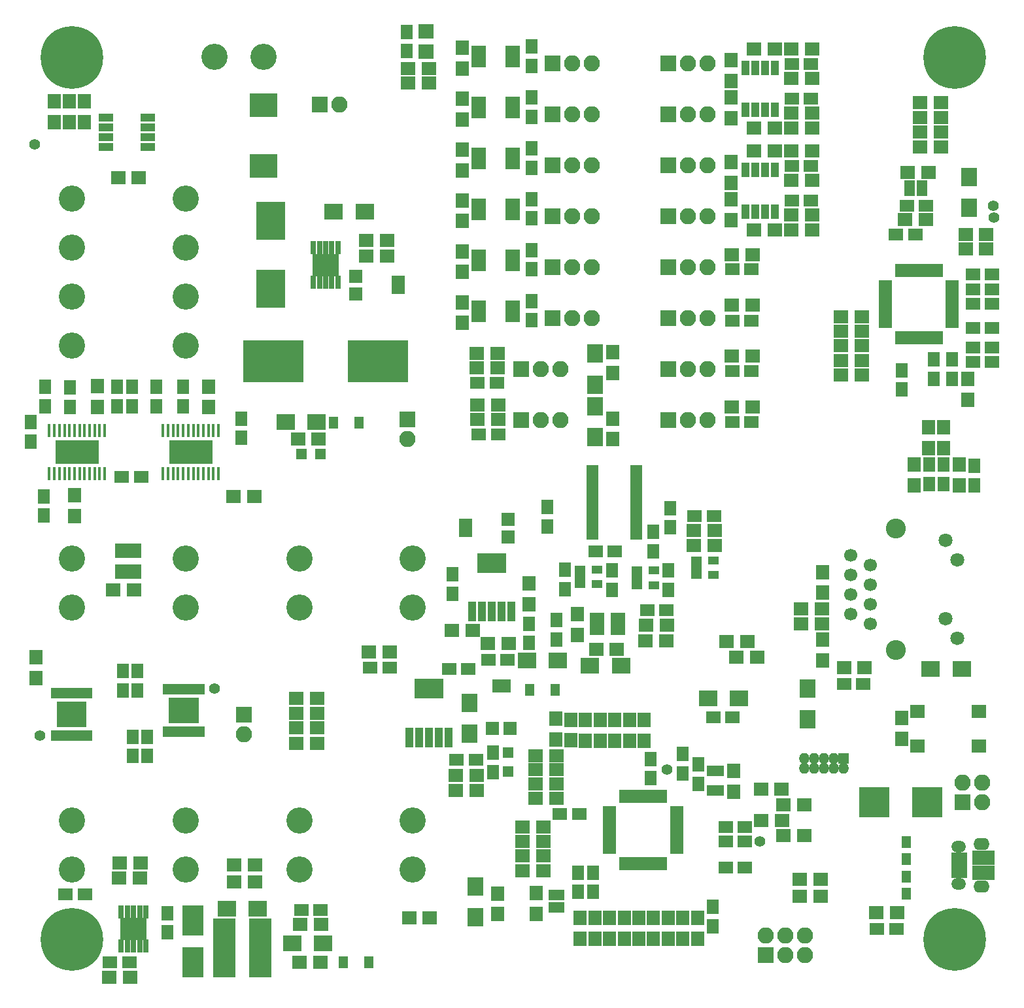
<source format=gbr>
G04 #@! TF.FileFunction,Soldermask,Top*
%FSLAX46Y46*%
G04 Gerber Fmt 4.6, Leading zero omitted, Abs format (unit mm)*
G04 Created by KiCad (PCBNEW 4.0.4-stable) date Friday, December 29, 2017 'AMt' 10:56:01 AM*
%MOMM*%
%LPD*%
G01*
G04 APERTURE LIST*
%ADD10C,0.100000*%
%ADD11R,1.650000X1.900000*%
%ADD12R,1.900000X1.650000*%
%ADD13R,1.900000X1.700000*%
%ADD14R,1.000000X1.950000*%
%ADD15R,2.100000X2.100000*%
%ADD16O,2.100000X2.100000*%
%ADD17R,1.700000X1.900000*%
%ADD18R,1.850000X0.850000*%
%ADD19R,2.400000X2.000000*%
%ADD20R,3.700000X4.900000*%
%ADD21R,2.400000X2.100000*%
%ADD22R,1.300000X1.600000*%
%ADD23R,1.400000X1.400000*%
%ADD24R,2.100000X2.400000*%
%ADD25R,3.900000X3.900000*%
%ADD26R,2.050000X0.800000*%
%ADD27O,1.900000X1.500000*%
%ADD28O,2.100000X1.600000*%
%ADD29R,2.900000X1.830000*%
%ADD30R,7.900000X5.400000*%
%ADD31R,3.600000X3.100000*%
%ADD32R,0.650000X1.700000*%
%ADD33R,1.700000X0.650000*%
%ADD34R,0.900000X0.900000*%
%ADD35R,3.400000X3.000000*%
%ADD36R,0.750000X1.750000*%
%ADD37R,1.000000X2.600000*%
%ADD38R,3.850000X2.550000*%
%ADD39R,1.460000X1.050000*%
%ADD40R,1.960000X1.050000*%
%ADD41R,0.850000X1.450000*%
%ADD42R,1.295000X1.870000*%
%ADD43R,0.800000X1.900000*%
%ADD44O,1.400000X1.400000*%
%ADD45R,1.700000X1.700000*%
%ADD46R,1.700000X2.400000*%
%ADD47R,1.400000X1.100000*%
%ADD48R,2.200000X1.400000*%
%ADD49R,1.100000X1.400000*%
%ADD50C,8.100000*%
%ADD51C,1.100000*%
%ADD52C,3.400000*%
%ADD53R,0.440000X1.740000*%
%ADD54R,5.660000X3.150000*%
%ADD55R,1.500000X0.700000*%
%ADD56C,1.700000*%
%ADD57C,2.584400*%
%ADD58C,1.808000*%
%ADD59R,3.000000X7.700000*%
%ADD60R,2.700000X3.900000*%
%ADD61C,1.400000*%
%ADD62R,2.400000X1.700000*%
%ADD63R,1.950000X1.700000*%
%ADD64R,1.950000X1.000000*%
G04 APERTURE END LIST*
D10*
D11*
X83800000Y-67250000D03*
X83800000Y-64750000D03*
D12*
X102050000Y-20400000D03*
X99550000Y-20400000D03*
X102050000Y-24900000D03*
X99550000Y-24900000D03*
D13*
X99450000Y-18500000D03*
X102150000Y-18500000D03*
D14*
X97405000Y-20950000D03*
X96135000Y-20950000D03*
X94865000Y-20950000D03*
X93595000Y-20950000D03*
X93595000Y-26350000D03*
X94865000Y-26350000D03*
X96135000Y-26350000D03*
X97405000Y-26350000D03*
D13*
X97350000Y-28700000D03*
X94650000Y-28700000D03*
X102150000Y-26800000D03*
X99450000Y-26800000D03*
X97350000Y-18500000D03*
X94650000Y-18500000D03*
X102150000Y-22300000D03*
X99450000Y-22300000D03*
X99450000Y-28700000D03*
X102150000Y-28700000D03*
D15*
X83560000Y-26950000D03*
D16*
X86100000Y-26950000D03*
X88640000Y-26950000D03*
D15*
X83560000Y-20350000D03*
D16*
X86100000Y-20350000D03*
X88640000Y-20350000D03*
D17*
X91700000Y-24750000D03*
X91700000Y-27450000D03*
X91700000Y-22650000D03*
X91700000Y-19950000D03*
D11*
X65830000Y-40440000D03*
X65830000Y-37940000D03*
X65830000Y-33840000D03*
X65830000Y-31340000D03*
X65830000Y-27240000D03*
X65830000Y-24740000D03*
X65830000Y-20640000D03*
X65830000Y-18140000D03*
D17*
X56910000Y-38080000D03*
X56910000Y-40780000D03*
X56910000Y-31480000D03*
X56910000Y-34180000D03*
X56910000Y-24880000D03*
X56910000Y-27580000D03*
X56910000Y-18280000D03*
X56910000Y-20980000D03*
D18*
X63390000Y-40225000D03*
X63390000Y-39575000D03*
X63390000Y-38925000D03*
X63390000Y-38275000D03*
X58990000Y-38275000D03*
X58990000Y-38925000D03*
X58990000Y-39575000D03*
X58990000Y-40225000D03*
X63390000Y-33625000D03*
X63390000Y-32975000D03*
X63390000Y-32325000D03*
X63390000Y-31675000D03*
X58990000Y-31675000D03*
X58990000Y-32325000D03*
X58990000Y-32975000D03*
X58990000Y-33625000D03*
X63390000Y-27025000D03*
X63390000Y-26375000D03*
X63390000Y-25725000D03*
X63390000Y-25075000D03*
X58990000Y-25075000D03*
X58990000Y-25725000D03*
X58990000Y-26375000D03*
X58990000Y-27025000D03*
X63390000Y-20425000D03*
X63390000Y-19775000D03*
X63390000Y-19125000D03*
X63390000Y-18475000D03*
X58990000Y-18475000D03*
X58990000Y-19125000D03*
X58990000Y-19775000D03*
X58990000Y-20425000D03*
D15*
X68590000Y-40150000D03*
D16*
X71130000Y-40150000D03*
X73670000Y-40150000D03*
D15*
X68590000Y-33550000D03*
D16*
X71130000Y-33550000D03*
X73670000Y-33550000D03*
D15*
X68590000Y-26950000D03*
D16*
X71130000Y-26950000D03*
X73670000Y-26950000D03*
D15*
X68590000Y-20350000D03*
D16*
X71130000Y-20350000D03*
X73670000Y-20350000D03*
D18*
X63390000Y-13825000D03*
X63390000Y-13175000D03*
X63390000Y-12525000D03*
X63390000Y-11875000D03*
X58990000Y-11875000D03*
X58990000Y-12525000D03*
X58990000Y-13175000D03*
X58990000Y-13825000D03*
D17*
X56910000Y-11680000D03*
X56910000Y-14380000D03*
D15*
X68590000Y-13750000D03*
D16*
X71130000Y-13750000D03*
X73670000Y-13750000D03*
D11*
X65830000Y-14040000D03*
X65830000Y-11540000D03*
D12*
X123000000Y-38300000D03*
X125500000Y-38300000D03*
X113050000Y-29350000D03*
X115550000Y-29350000D03*
X114450000Y-25550000D03*
X116950000Y-25550000D03*
X108800000Y-87550000D03*
X106300000Y-87550000D03*
D11*
X117350000Y-59150000D03*
X117350000Y-61650000D03*
X119250000Y-59150000D03*
X119250000Y-61650000D03*
X123200000Y-61800000D03*
X123200000Y-59300000D03*
D12*
X123000000Y-34500000D03*
X125500000Y-34500000D03*
D11*
X120350000Y-45500000D03*
X120350000Y-48000000D03*
D12*
X123000000Y-36400000D03*
X125500000Y-36400000D03*
X123000000Y-41400000D03*
X125500000Y-41400000D03*
X123000000Y-43950000D03*
X125500000Y-43950000D03*
D11*
X117900000Y-45500000D03*
X117900000Y-48000000D03*
X113800000Y-46900000D03*
X113800000Y-49400000D03*
D12*
X123000000Y-45800000D03*
X125500000Y-45800000D03*
D19*
X40250000Y-26350000D03*
X44250000Y-26350000D03*
D12*
X8000000Y-114850000D03*
X5500000Y-114850000D03*
X13800000Y-123650000D03*
X11300000Y-123650000D03*
D11*
X18729960Y-119771480D03*
X18729960Y-117271480D03*
D19*
X30400000Y-116650000D03*
X26400000Y-116650000D03*
D11*
X55631080Y-75875200D03*
X55631080Y-73375200D03*
X65506600Y-82255680D03*
X65506600Y-79755680D03*
D12*
X60243400Y-84399120D03*
X62743400Y-84399120D03*
D11*
X69088000Y-81768000D03*
X69088000Y-79268000D03*
D12*
X47462760Y-85468460D03*
X44962760Y-85468460D03*
X56133680Y-97353120D03*
X58633680Y-97353120D03*
X57688800Y-85580220D03*
X55188800Y-85580220D03*
D11*
X60838080Y-96489200D03*
X60838080Y-98989200D03*
D12*
X74150000Y-70400000D03*
X76650000Y-70400000D03*
D11*
X81600000Y-67850000D03*
X81600000Y-70350000D03*
X67871680Y-64623000D03*
X67871680Y-67123000D03*
D12*
X86950000Y-65800000D03*
X89450000Y-65800000D03*
D11*
X70215760Y-72747820D03*
X70215760Y-75247820D03*
D12*
X80817840Y-77973000D03*
X83317840Y-77973000D03*
D11*
X76300000Y-72850000D03*
X76300000Y-75350000D03*
X83600000Y-75350000D03*
X83600000Y-72850000D03*
D12*
X102050000Y-7200000D03*
X99550000Y-7200000D03*
X102050000Y-11700000D03*
X99550000Y-11700000D03*
X58850000Y-48500000D03*
X61350000Y-48500000D03*
X59050000Y-55200000D03*
X61550000Y-55200000D03*
D11*
X49700000Y-3050000D03*
X49700000Y-5550000D03*
D12*
X94350000Y-33800000D03*
X91850000Y-33800000D03*
X94350000Y-40500000D03*
X91850000Y-40500000D03*
X94350000Y-47000000D03*
X91850000Y-47000000D03*
X94350000Y-53600000D03*
X91850000Y-53600000D03*
D11*
X65830000Y-7440000D03*
X65830000Y-4940000D03*
X14800000Y-88400000D03*
X14800000Y-85900000D03*
X12950000Y-88400000D03*
X12950000Y-85900000D03*
X14200000Y-94400000D03*
X14200000Y-96900000D03*
X16100000Y-94400000D03*
X16100000Y-96900000D03*
X17230000Y-49050000D03*
X17230000Y-51550000D03*
X14127480Y-49054700D03*
X14127480Y-51554700D03*
X2890000Y-49050000D03*
X2890000Y-51550000D03*
X1016000Y-56114000D03*
X1016000Y-53614000D03*
X20750000Y-51550000D03*
X20750000Y-49050000D03*
D12*
X12800000Y-60700000D03*
X15300000Y-60700000D03*
D11*
X28239720Y-55672040D03*
X28239720Y-53172040D03*
X6106160Y-51648680D03*
X6106160Y-49148680D03*
X2670000Y-65750000D03*
X2670000Y-63250000D03*
X12192000Y-49042000D03*
X12192000Y-51542000D03*
D12*
X93500000Y-107950000D03*
X91000000Y-107950000D03*
D20*
X32100000Y-36350000D03*
X32100000Y-27550000D03*
D21*
X38050000Y-53600000D03*
X34050000Y-53600000D03*
D22*
X43550000Y-53700000D03*
X40250000Y-53700000D03*
D23*
X36050000Y-57750000D03*
X38550000Y-57750000D03*
D21*
X34900000Y-121200000D03*
X38900000Y-121200000D03*
D22*
X41460960Y-123634760D03*
X44760960Y-123634760D03*
D21*
X77438000Y-85217000D03*
X73438000Y-85217000D03*
D22*
X68949840Y-88300560D03*
X65649840Y-88300560D03*
D24*
X58552080Y-117824000D03*
X58552080Y-113824000D03*
D23*
X62829440Y-96448560D03*
X62829440Y-98948560D03*
D24*
X74100000Y-48750000D03*
X74100000Y-44750000D03*
X74100000Y-51600000D03*
X74100000Y-55600000D03*
D25*
X110250000Y-102900000D03*
X117050000Y-102900000D03*
D15*
X38410000Y-12450000D03*
D16*
X40950000Y-12450000D03*
D15*
X96170000Y-122715000D03*
D16*
X96170000Y-120175000D03*
X98710000Y-122715000D03*
X98710000Y-120175000D03*
X101250000Y-122715000D03*
X101250000Y-120175000D03*
D26*
X121270000Y-112380000D03*
X121270000Y-111730000D03*
X121270000Y-111080000D03*
X121270000Y-110430000D03*
X121270000Y-109780000D03*
D27*
X121150000Y-113500000D03*
X121150000Y-108660000D03*
D28*
X124150000Y-113810000D03*
X124150000Y-108350000D03*
D29*
X124390000Y-112040000D03*
X124390000Y-110120000D03*
D24*
X101600000Y-92170000D03*
X101600000Y-88170000D03*
D30*
X32450000Y-45775000D03*
X45950000Y-45775000D03*
D21*
X65294760Y-84526120D03*
X69294760Y-84526120D03*
D24*
X57807860Y-90006420D03*
X57807860Y-94006420D03*
D13*
X116950000Y-27400000D03*
X114250000Y-27400000D03*
X117250000Y-21250000D03*
X114550000Y-21250000D03*
X109000000Y-85450000D03*
X106300000Y-85450000D03*
D17*
X103550000Y-84550000D03*
X103550000Y-81850000D03*
X103550000Y-73050000D03*
X103550000Y-75750000D03*
D13*
X103450000Y-79750000D03*
X100750000Y-79750000D03*
X103450000Y-77800000D03*
X100750000Y-77800000D03*
X124750000Y-29300000D03*
X122050000Y-29300000D03*
X92376000Y-84074000D03*
X95076000Y-84074000D03*
X122050000Y-31200000D03*
X124750000Y-31200000D03*
D17*
X115400000Y-59150000D03*
X115400000Y-61850000D03*
X121250000Y-59150000D03*
X121250000Y-61850000D03*
D13*
X118900000Y-17950000D03*
X116200000Y-17950000D03*
X108650000Y-41850000D03*
X105950000Y-41850000D03*
X118900000Y-16050000D03*
X116200000Y-16050000D03*
X108650000Y-39950000D03*
X105950000Y-39950000D03*
X118900000Y-14150000D03*
X116200000Y-14150000D03*
X91106000Y-82042000D03*
X93806000Y-82042000D03*
D17*
X119250000Y-57000000D03*
X119250000Y-54300000D03*
D13*
X116200000Y-12200000D03*
X118900000Y-12200000D03*
X105950000Y-47550000D03*
X108650000Y-47550000D03*
X105950000Y-45650000D03*
X108650000Y-45650000D03*
X105950000Y-43750000D03*
X108650000Y-43750000D03*
D17*
X117300000Y-57000000D03*
X117300000Y-54300000D03*
X122300000Y-48000000D03*
X122300000Y-50700000D03*
D31*
X31175000Y-20425000D03*
X31175000Y-12525000D03*
D13*
X47180000Y-30100000D03*
X44480000Y-30100000D03*
X38300000Y-55800000D03*
X35600000Y-55800000D03*
X12434580Y-112727740D03*
X15134580Y-112727740D03*
X13850000Y-125600000D03*
X11150000Y-125600000D03*
X30041840Y-113223040D03*
X27341840Y-113223040D03*
X38550000Y-123600000D03*
X35850000Y-123600000D03*
X58246000Y-80645000D03*
X55546000Y-80645000D03*
X60173880Y-82296000D03*
X62873880Y-82296000D03*
X47506880Y-83428840D03*
X44806880Y-83428840D03*
X56074320Y-99395280D03*
X58774320Y-99395280D03*
X52698640Y-117896640D03*
X49998640Y-117896640D03*
D17*
X71755000Y-81233000D03*
X71755000Y-78533000D03*
D13*
X86850000Y-69600000D03*
X89550000Y-69600000D03*
X74215000Y-83058000D03*
X76915000Y-83058000D03*
X86850000Y-67700000D03*
X89550000Y-67700000D03*
X83367840Y-79973000D03*
X80667840Y-79973000D03*
X83317840Y-81973000D03*
X80617840Y-81973000D03*
D17*
X91700000Y-9450000D03*
X91700000Y-6750000D03*
X91700000Y-11550000D03*
X91700000Y-14250000D03*
D13*
X99450000Y-5300000D03*
X102150000Y-5300000D03*
X99450000Y-15500000D03*
X102150000Y-15500000D03*
X97350000Y-5300000D03*
X94650000Y-5300000D03*
X97350000Y-15500000D03*
X94650000Y-15500000D03*
X102150000Y-9100000D03*
X99450000Y-9100000D03*
X102150000Y-13600000D03*
X99450000Y-13600000D03*
D17*
X76400000Y-47250000D03*
X76400000Y-44550000D03*
X76400000Y-53150000D03*
X76400000Y-55850000D03*
D13*
X61450000Y-44700000D03*
X58750000Y-44700000D03*
X58750000Y-46600000D03*
X61450000Y-46600000D03*
X61550000Y-51400000D03*
X58850000Y-51400000D03*
X58850000Y-53300000D03*
X61550000Y-53300000D03*
X49838120Y-7808294D03*
X52538120Y-7808294D03*
X52548120Y-9668294D03*
X49848120Y-9668294D03*
X94450000Y-31900000D03*
X91750000Y-31900000D03*
X94450000Y-38500000D03*
X91750000Y-38500000D03*
X94450000Y-45100000D03*
X91750000Y-45100000D03*
X94450000Y-51700000D03*
X91750000Y-51700000D03*
D17*
X56910000Y-5080000D03*
X56910000Y-7780000D03*
X61493400Y-114702600D03*
X61493400Y-117402600D03*
X24018240Y-49002960D03*
X24018240Y-51702960D03*
X6700000Y-65800000D03*
X6700000Y-63100000D03*
X9660000Y-48950000D03*
X9660000Y-51650000D03*
D13*
X14377660Y-75387200D03*
X11677660Y-75387200D03*
D17*
X113800000Y-94700000D03*
X113800000Y-92000000D03*
D32*
X113250000Y-42700000D03*
X113750000Y-42700000D03*
X114250000Y-42700000D03*
X114750000Y-42700000D03*
X115250000Y-42700000D03*
X115750000Y-42700000D03*
X116250000Y-42700000D03*
X116750000Y-42700000D03*
X117250000Y-42700000D03*
X117750000Y-42700000D03*
X118250000Y-42700000D03*
X118750000Y-42700000D03*
D33*
X120350000Y-41100000D03*
X120350000Y-40600000D03*
X120350000Y-40100000D03*
X120350000Y-39600000D03*
X120350000Y-39100000D03*
X120350000Y-38600000D03*
X120350000Y-38100000D03*
X120350000Y-37600000D03*
X120350000Y-37100000D03*
X120350000Y-36600000D03*
X120350000Y-36100000D03*
X120350000Y-35600000D03*
D32*
X118750000Y-34000000D03*
X118250000Y-34000000D03*
X117750000Y-34000000D03*
X117250000Y-34000000D03*
X116750000Y-34000000D03*
X116250000Y-34000000D03*
X115750000Y-34000000D03*
X115250000Y-34000000D03*
X114750000Y-34000000D03*
X114250000Y-34000000D03*
X113750000Y-34000000D03*
X113250000Y-34000000D03*
D33*
X111650000Y-35600000D03*
X111650000Y-36100000D03*
X111650000Y-36600000D03*
X111650000Y-37100000D03*
X111650000Y-37600000D03*
X111650000Y-38100000D03*
X111650000Y-38600000D03*
X111650000Y-39100000D03*
X111650000Y-39600000D03*
X111650000Y-40100000D03*
X111650000Y-40600000D03*
X111650000Y-41100000D03*
D34*
X39200000Y-33275000D03*
X38450000Y-34025000D03*
X39950000Y-34025000D03*
X39950000Y-32525000D03*
X38450000Y-32525000D03*
D35*
X39200000Y-33275000D03*
D36*
X39200000Y-31050000D03*
X40800000Y-31050000D03*
X40000000Y-31050000D03*
X38400000Y-31050000D03*
X37600000Y-31050000D03*
X37600000Y-35500000D03*
X38400000Y-35500000D03*
X39200000Y-35500000D03*
X40000000Y-35500000D03*
X40800000Y-35500000D03*
D34*
X14325600Y-119331740D03*
X13575600Y-120081740D03*
X15075600Y-120081740D03*
X15075600Y-118581740D03*
X13575600Y-118581740D03*
D35*
X14325600Y-119331740D03*
D36*
X14325600Y-117106740D03*
X15925600Y-117106740D03*
X15125600Y-117106740D03*
X13525600Y-117106740D03*
X12725600Y-117106740D03*
X12725600Y-121556740D03*
X13525600Y-121556740D03*
X14325600Y-121556740D03*
X15125600Y-121556740D03*
X15925600Y-121556740D03*
D37*
X61991680Y-78210500D03*
X59451680Y-78210500D03*
D38*
X60721680Y-71910500D03*
D37*
X60721680Y-78210500D03*
X63261680Y-78210500D03*
X58181680Y-78210500D03*
X53870000Y-94487500D03*
X51330000Y-94487500D03*
D38*
X52600000Y-88187500D03*
D37*
X52600000Y-94487500D03*
X55140000Y-94487500D03*
X50060000Y-94487500D03*
D39*
X87200000Y-71550000D03*
X87200000Y-72500000D03*
X87200000Y-73450000D03*
X89400000Y-73450000D03*
X89400000Y-71550000D03*
D40*
X74342000Y-78806000D03*
X74342000Y-79756000D03*
X74342000Y-80706000D03*
X77042000Y-80706000D03*
X77042000Y-78806000D03*
X77042000Y-79756000D03*
D39*
X79500000Y-72850000D03*
X79500000Y-73800000D03*
X79500000Y-74750000D03*
X81700000Y-74750000D03*
X81700000Y-72850000D03*
X72100000Y-72750000D03*
X72100000Y-73700000D03*
X72100000Y-74650000D03*
X74300000Y-74650000D03*
X74300000Y-72750000D03*
D14*
X97405000Y-7750000D03*
X96135000Y-7750000D03*
X94865000Y-7750000D03*
X93595000Y-7750000D03*
X93595000Y-13150000D03*
X94865000Y-13150000D03*
X96135000Y-13150000D03*
X97405000Y-13150000D03*
D18*
X63390000Y-7225000D03*
X63390000Y-6575000D03*
X63390000Y-5925000D03*
X63390000Y-5275000D03*
X58990000Y-5275000D03*
X58990000Y-5925000D03*
X58990000Y-6575000D03*
X58990000Y-7225000D03*
D41*
X8585000Y-88710000D03*
X7935000Y-88710000D03*
X7285000Y-88710000D03*
X6635000Y-88710000D03*
X5985000Y-88710000D03*
X5335000Y-88710000D03*
X4685000Y-88710000D03*
X4035000Y-88710000D03*
X4035000Y-94260000D03*
X4685000Y-94260000D03*
X5335000Y-94260000D03*
X5985000Y-94260000D03*
X6635000Y-94260000D03*
X7285000Y-94260000D03*
X7935000Y-94260000D03*
X8585000Y-94260000D03*
D42*
X4967500Y-92220000D03*
X5862500Y-92220000D03*
X6757500Y-92220000D03*
X7652500Y-92220000D03*
X4967500Y-90750000D03*
X5862500Y-90750000D03*
X6757500Y-90750000D03*
X7652500Y-90750000D03*
D41*
X18572500Y-93760000D03*
X19222500Y-93760000D03*
X19872500Y-93760000D03*
X20522500Y-93760000D03*
X21172500Y-93760000D03*
X21822500Y-93760000D03*
X22472500Y-93760000D03*
X23122500Y-93760000D03*
X23122500Y-88210000D03*
X22472500Y-88210000D03*
X21822500Y-88210000D03*
X21172500Y-88210000D03*
X20522500Y-88210000D03*
X19872500Y-88210000D03*
X19222500Y-88210000D03*
X18572500Y-88210000D03*
D42*
X22190000Y-90250000D03*
X21295000Y-90250000D03*
X20400000Y-90250000D03*
X19505000Y-90250000D03*
X22190000Y-91720000D03*
X21295000Y-91720000D03*
X20400000Y-91720000D03*
X19505000Y-91720000D03*
D32*
X83050000Y-102150000D03*
X82550000Y-102150000D03*
X82050000Y-102150000D03*
X81550000Y-102150000D03*
X81050000Y-102150000D03*
X80550000Y-102150000D03*
X80050000Y-102150000D03*
X79550000Y-102150000D03*
X79050000Y-102150000D03*
X78550000Y-102150000D03*
X78050000Y-102150000D03*
X77550000Y-102150000D03*
D33*
X75950000Y-103750000D03*
X75950000Y-104250000D03*
X75950000Y-104750000D03*
X75950000Y-105250000D03*
X75950000Y-105750000D03*
X75950000Y-106250000D03*
X75950000Y-106750000D03*
X75950000Y-107250000D03*
X75950000Y-107750000D03*
X75950000Y-108250000D03*
X75950000Y-108750000D03*
X75950000Y-109250000D03*
D32*
X77550000Y-110850000D03*
X78050000Y-110850000D03*
X78550000Y-110850000D03*
X79050000Y-110850000D03*
X79550000Y-110850000D03*
X80050000Y-110850000D03*
X80550000Y-110850000D03*
X81050000Y-110850000D03*
X81550000Y-110850000D03*
X82050000Y-110850000D03*
X82550000Y-110850000D03*
X83050000Y-110850000D03*
D33*
X84650000Y-109250000D03*
X84650000Y-108750000D03*
X84650000Y-108250000D03*
X84650000Y-107750000D03*
X84650000Y-107250000D03*
X84650000Y-106750000D03*
X84650000Y-106250000D03*
X84650000Y-105750000D03*
X84650000Y-105250000D03*
X84650000Y-104750000D03*
X84650000Y-104250000D03*
X84650000Y-103750000D03*
D22*
X114360960Y-110279360D03*
X114360960Y-108079360D03*
X114386360Y-112575160D03*
X114386360Y-114775160D03*
D43*
X51550000Y-5630000D03*
X52200000Y-5630000D03*
X52850000Y-5630000D03*
X52850000Y-2970000D03*
X52200000Y-2970000D03*
X51550000Y-2970000D03*
D11*
X87435900Y-100515860D03*
X87435900Y-98015860D03*
X89326720Y-116443440D03*
X89326720Y-118943440D03*
X71900000Y-112000000D03*
X71900000Y-114500000D03*
D12*
X72049960Y-104373680D03*
X69549960Y-104373680D03*
X91007880Y-111368840D03*
X93507880Y-111368840D03*
D11*
X85435900Y-99165860D03*
X85435900Y-96665860D03*
X73800000Y-112000000D03*
X73800000Y-114500000D03*
D12*
X91000000Y-106100000D03*
X93500000Y-106100000D03*
X89387360Y-91866720D03*
X91887360Y-91866720D03*
D11*
X81244440Y-99791840D03*
X81244440Y-97291840D03*
D23*
X106290000Y-97230000D03*
D44*
X106290000Y-98500000D03*
X105020000Y-97230000D03*
X105020000Y-98500000D03*
X103750000Y-97230000D03*
X103750000Y-98500000D03*
X102480000Y-97230000D03*
X102480000Y-98500000D03*
X101210000Y-97230000D03*
X101210000Y-98500000D03*
D21*
X88749120Y-89435940D03*
X92749120Y-89435940D03*
D24*
X122500000Y-25850000D03*
X122500000Y-21850000D03*
D13*
X44480000Y-32100000D03*
X47180000Y-32100000D03*
X27362160Y-111008160D03*
X30062160Y-111008160D03*
D17*
X92024200Y-98799660D03*
X92024200Y-101499660D03*
X66500000Y-117400000D03*
X66500000Y-114700000D03*
D13*
X98500000Y-107200000D03*
X101200000Y-107200000D03*
D45*
X43130000Y-37025000D03*
X43130000Y-34725000D03*
D46*
X48630000Y-35875000D03*
D47*
X116400000Y-22800000D03*
X114800000Y-23800000D03*
X116400000Y-23800000D03*
X114800000Y-22800000D03*
D48*
X89635900Y-101365860D03*
X89635900Y-98865860D03*
D49*
X69600000Y-116500000D03*
X68600000Y-114900000D03*
X68600000Y-116500000D03*
X69600000Y-114900000D03*
D12*
X113093820Y-119275860D03*
X110593820Y-119275860D03*
D13*
X113221760Y-117236240D03*
X110521760Y-117236240D03*
X67350000Y-109850000D03*
X64650000Y-109850000D03*
X67350000Y-111800000D03*
X64650000Y-111800000D03*
X67350000Y-106150000D03*
X64650000Y-106150000D03*
X67350000Y-108000000D03*
X64650000Y-108000000D03*
D17*
X72850000Y-94900000D03*
X72850000Y-92200000D03*
X70972400Y-94888840D03*
X70972400Y-92188840D03*
X76650000Y-94900000D03*
X76650000Y-92200000D03*
X74750000Y-94900000D03*
X74750000Y-92200000D03*
D13*
X69100000Y-98700000D03*
X66400000Y-98700000D03*
X69100000Y-102400000D03*
X66400000Y-102400000D03*
X69100000Y-96850000D03*
X66400000Y-96850000D03*
X69100000Y-100550000D03*
X66400000Y-100550000D03*
D17*
X87350000Y-120600000D03*
X87350000Y-117900000D03*
X85450000Y-117900000D03*
X85450000Y-120600000D03*
X81650000Y-117900000D03*
X81650000Y-120600000D03*
X83550000Y-117900000D03*
X83550000Y-120600000D03*
D13*
X100580000Y-112882880D03*
X103280000Y-112882880D03*
X100575000Y-115050000D03*
X103275000Y-115050000D03*
X95600000Y-105250000D03*
X98300000Y-105250000D03*
X98472000Y-103251000D03*
X101172000Y-103251000D03*
X95551000Y-101219000D03*
X98251000Y-101219000D03*
D50*
X120650000Y-120650000D03*
D51*
X117850000Y-120650000D03*
X122629890Y-122629890D03*
X120650000Y-123450000D03*
X118670110Y-122629890D03*
X123450000Y-120650000D03*
X118670110Y-118670110D03*
X120650000Y-117850000D03*
X122629890Y-118670110D03*
D50*
X6350000Y-120650000D03*
D51*
X3550000Y-120650000D03*
X8329890Y-122629890D03*
X6350000Y-123450000D03*
X4370110Y-122629890D03*
X9150000Y-120650000D03*
X4370110Y-118670110D03*
X6350000Y-117850000D03*
X8329890Y-118670110D03*
D50*
X120650000Y-6350000D03*
D51*
X117850000Y-6350000D03*
X122629890Y-8329890D03*
X120650000Y-9150000D03*
X118670110Y-8329890D03*
X123450000Y-6350000D03*
X118670110Y-4370110D03*
X120650000Y-3550000D03*
X122629890Y-4370110D03*
D50*
X6350000Y-6350000D03*
D51*
X3550000Y-6350000D03*
X8329890Y-8329890D03*
X6350000Y-9150000D03*
X4370110Y-8329890D03*
X9150000Y-6350000D03*
X4370110Y-4370110D03*
X6350000Y-3550000D03*
X8329890Y-4370110D03*
D13*
X15200000Y-110750000D03*
X12500000Y-110750000D03*
X38600000Y-118750000D03*
X35900000Y-118750000D03*
D52*
X6310000Y-37375000D03*
X6310000Y-31025000D03*
X6310000Y-43725000D03*
X6310000Y-24675000D03*
X21040000Y-37375000D03*
X21040000Y-31025000D03*
X21040000Y-43725000D03*
X21040000Y-24675000D03*
X21040000Y-71325000D03*
X21040000Y-77675000D03*
X50500000Y-71325000D03*
X50500000Y-77675000D03*
X35770000Y-71325000D03*
X35770000Y-77675000D03*
X6310000Y-71325000D03*
X6310000Y-77675000D03*
X31175000Y-6310000D03*
X24825000Y-6310000D03*
X50500000Y-105295000D03*
X50500000Y-111645000D03*
X35770000Y-105295000D03*
X35770000Y-111645000D03*
X21040000Y-105295000D03*
X21040000Y-111645000D03*
X6310000Y-105295000D03*
X6310000Y-111645000D03*
D53*
X18155000Y-60315000D03*
X18805000Y-60315000D03*
X19455000Y-60315000D03*
X20105000Y-60315000D03*
X20755000Y-60315000D03*
X21405000Y-60315000D03*
X22055000Y-60315000D03*
X22705000Y-60315000D03*
X23355000Y-60315000D03*
X24005000Y-60315000D03*
X24655000Y-60315000D03*
X25305000Y-60315000D03*
X25305000Y-54715000D03*
X24655000Y-54715000D03*
X24005000Y-54715000D03*
X23355000Y-54715000D03*
X22705000Y-54715000D03*
X22055000Y-54715000D03*
X21405000Y-54715000D03*
X20755000Y-54715000D03*
X20105000Y-54715000D03*
X19455000Y-54715000D03*
X18805000Y-54715000D03*
X18155000Y-54715000D03*
D54*
X21730000Y-57515000D03*
D53*
X3425000Y-60315000D03*
X4075000Y-60315000D03*
X4725000Y-60315000D03*
X5375000Y-60315000D03*
X6025000Y-60315000D03*
X6675000Y-60315000D03*
X7325000Y-60315000D03*
X7975000Y-60315000D03*
X8625000Y-60315000D03*
X9275000Y-60315000D03*
X9925000Y-60315000D03*
X10575000Y-60315000D03*
X10575000Y-54715000D03*
X9925000Y-54715000D03*
X9275000Y-54715000D03*
X8625000Y-54715000D03*
X7975000Y-54715000D03*
X7325000Y-54715000D03*
X6675000Y-54715000D03*
X6025000Y-54715000D03*
X5375000Y-54715000D03*
X4725000Y-54715000D03*
X4075000Y-54715000D03*
X3425000Y-54715000D03*
D54*
X7000000Y-57515000D03*
D55*
X79415000Y-68500000D03*
X79415000Y-68000000D03*
X79415000Y-67500000D03*
X79415000Y-67000000D03*
X79415000Y-66500000D03*
X79415000Y-66000000D03*
X79415000Y-65500000D03*
X79415000Y-65000000D03*
X79415000Y-64500000D03*
X79415000Y-64000000D03*
X79415000Y-63500000D03*
X79415000Y-63000000D03*
X79415000Y-62500000D03*
X79415000Y-62000000D03*
X79415000Y-61500000D03*
X79415000Y-61000000D03*
X79415000Y-60500000D03*
X79415000Y-60000000D03*
X79415000Y-59500000D03*
X73715000Y-59500000D03*
X73715000Y-60000000D03*
X73715000Y-60500000D03*
X73715000Y-61000000D03*
X73715000Y-61500000D03*
X73715000Y-62000000D03*
X73715000Y-62500000D03*
X73715000Y-63000000D03*
X73715000Y-63500000D03*
X73715000Y-64000000D03*
X73715000Y-64500000D03*
X73715000Y-65000000D03*
X73715000Y-65500000D03*
X73715000Y-66000000D03*
X73715000Y-66500000D03*
X73715000Y-67000000D03*
X73715000Y-67500000D03*
X73715000Y-68000000D03*
X73715000Y-68500000D03*
D15*
X83560000Y-7150000D03*
D16*
X86100000Y-7150000D03*
X88640000Y-7150000D03*
D15*
X83560000Y-13750000D03*
D16*
X86100000Y-13750000D03*
X88640000Y-13750000D03*
D15*
X64490000Y-46750000D03*
D16*
X67030000Y-46750000D03*
X69570000Y-46750000D03*
D15*
X64490000Y-53350000D03*
D16*
X67030000Y-53350000D03*
X69570000Y-53350000D03*
D15*
X68590000Y-7150000D03*
D16*
X71130000Y-7150000D03*
X73670000Y-7150000D03*
D15*
X83560000Y-33550000D03*
D16*
X86100000Y-33550000D03*
X88640000Y-33550000D03*
D15*
X83560000Y-40150000D03*
D16*
X86100000Y-40150000D03*
X88640000Y-40150000D03*
D15*
X83560000Y-46750000D03*
D16*
X86100000Y-46750000D03*
X88640000Y-46750000D03*
D15*
X83560000Y-53350000D03*
D16*
X86100000Y-53350000D03*
X88640000Y-53350000D03*
D21*
X117550000Y-85600000D03*
X121550000Y-85600000D03*
D56*
X107211910Y-70855790D03*
X109751910Y-72125790D03*
X107211910Y-73395790D03*
X109751910Y-74665791D03*
X107211910Y-75935791D03*
X109751910Y-77205790D03*
X107211910Y-78475790D03*
X109751910Y-79745790D03*
D57*
X113051910Y-83175790D03*
X113051910Y-67425790D03*
D58*
X119480500Y-68974530D03*
X121000500Y-81624530D03*
X119480000Y-79086380D03*
X121000000Y-71516380D03*
D59*
X26060000Y-121800000D03*
X30760000Y-121800000D03*
D60*
X22050000Y-123600000D03*
X22050000Y-118200000D03*
D12*
X38550000Y-116900000D03*
X36050000Y-116900000D03*
D61*
X125650000Y-25550000D03*
X125700000Y-27100000D03*
X24800000Y-88200000D03*
X2200000Y-94250000D03*
X83433920Y-98653600D03*
D17*
X65491360Y-77204560D03*
X65491360Y-74504560D03*
D13*
X56018440Y-101384100D03*
X58718440Y-101384100D03*
D45*
X62851480Y-66215880D03*
X62851480Y-68515880D03*
D46*
X57351480Y-67365880D03*
D45*
X63105680Y-93356880D03*
X60805680Y-93356880D03*
D62*
X61955680Y-87856880D03*
D63*
X115825000Y-91150000D03*
X123775000Y-91150000D03*
X115825000Y-95650000D03*
X123775000Y-95650000D03*
D61*
X95377000Y-107950000D03*
D17*
X72150000Y-117900000D03*
X72150000Y-120600000D03*
X69037200Y-94791520D03*
X69037200Y-92091520D03*
X74050000Y-117900000D03*
X74050000Y-120600000D03*
X75950000Y-117900000D03*
X75950000Y-120600000D03*
X77850000Y-117900000D03*
X77850000Y-120600000D03*
X79750000Y-117900000D03*
X79750000Y-120600000D03*
X80450000Y-94900000D03*
X80450000Y-92200000D03*
X78550000Y-94900000D03*
X78550000Y-92200000D03*
D13*
X38100000Y-93250000D03*
X35400000Y-93250000D03*
X38100000Y-95250000D03*
X35400000Y-95250000D03*
X38100000Y-91350000D03*
X35400000Y-91350000D03*
X38100000Y-89400000D03*
X35400000Y-89400000D03*
X29950000Y-63250000D03*
X27250000Y-63250000D03*
D17*
X1730000Y-86810000D03*
X1730000Y-84110000D03*
X12800000Y-73000000D03*
X12800000Y-70300000D03*
X14480000Y-73000000D03*
X14480000Y-70300000D03*
D13*
X12320280Y-21965920D03*
X15020280Y-21965920D03*
D17*
X4100000Y-14750000D03*
X4100000Y-12050000D03*
X7925000Y-12050000D03*
X7925000Y-14750000D03*
X6000000Y-12050000D03*
X6000000Y-14750000D03*
D61*
X1525000Y-17625000D03*
D64*
X10736600Y-14188440D03*
X10736600Y-15458440D03*
X10736600Y-16728440D03*
X10736600Y-17998440D03*
X16136600Y-17998440D03*
X16136600Y-16728440D03*
X16136600Y-15458440D03*
X16136600Y-14188440D03*
D15*
X121660000Y-102850000D03*
D16*
X121660000Y-100310000D03*
X124200000Y-102850000D03*
X124200000Y-100310000D03*
D15*
X49750000Y-53250000D03*
D16*
X49750000Y-55790000D03*
D15*
X28650000Y-91550000D03*
D16*
X28650000Y-94090000D03*
M02*

</source>
